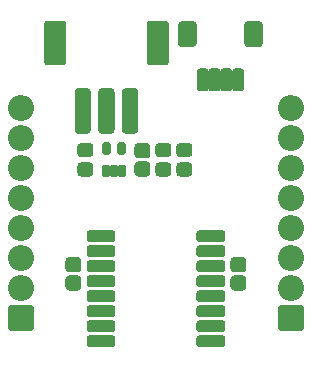
<source format=gbs>
%TF.GenerationSoftware,KiCad,Pcbnew,(5.1.7)-1*%
%TF.CreationDate,2021-01-11T00:33:51-05:00*%
%TF.ProjectId,d1_mini_clock,64315f6d-696e-4695-9f63-6c6f636b2e6b,rev?*%
%TF.SameCoordinates,Original*%
%TF.FileFunction,Soldermask,Bot*%
%TF.FilePolarity,Negative*%
%FSLAX46Y46*%
G04 Gerber Fmt 4.6, Leading zero omitted, Abs format (unit mm)*
G04 Created by KiCad (PCBNEW (5.1.7)-1) date 2021-01-11 00:33:51*
%MOMM*%
%LPD*%
G01*
G04 APERTURE LIST*
%ADD10O,2.200000X2.200000*%
G04 APERTURE END LIST*
%TO.C,J2*%
G36*
G01*
X132047000Y-88016000D02*
X132047000Y-84816000D01*
G75*
G02*
X132397000Y-84466000I350000J0D01*
G01*
X133097000Y-84466000D01*
G75*
G02*
X133447000Y-84816000I0J-350000D01*
G01*
X133447000Y-88016000D01*
G75*
G02*
X133097000Y-88366000I-350000J0D01*
G01*
X132397000Y-88366000D01*
G75*
G02*
X132047000Y-88016000I0J350000D01*
G01*
G37*
G36*
G01*
X134047000Y-88016000D02*
X134047000Y-84816000D01*
G75*
G02*
X134397000Y-84466000I350000J0D01*
G01*
X135097000Y-84466000D01*
G75*
G02*
X135447000Y-84816000I0J-350000D01*
G01*
X135447000Y-88016000D01*
G75*
G02*
X135097000Y-88366000I-350000J0D01*
G01*
X134397000Y-88366000D01*
G75*
G02*
X134047000Y-88016000I0J350000D01*
G01*
G37*
G36*
G01*
X136047000Y-88016000D02*
X136047000Y-84816000D01*
G75*
G02*
X136397000Y-84466000I350000J0D01*
G01*
X137097000Y-84466000D01*
G75*
G02*
X137447000Y-84816000I0J-350000D01*
G01*
X137447000Y-88016000D01*
G75*
G02*
X137097000Y-88366000I-350000J0D01*
G01*
X136397000Y-88366000D01*
G75*
G02*
X136047000Y-88016000I0J350000D01*
G01*
G37*
G36*
G01*
X129447000Y-82249334D02*
X129447000Y-79082666D01*
G75*
G02*
X129763666Y-78766000I316666J0D01*
G01*
X131030334Y-78766000D01*
G75*
G02*
X131347000Y-79082666I0J-316666D01*
G01*
X131347000Y-82249334D01*
G75*
G02*
X131030334Y-82566000I-316666J0D01*
G01*
X129763666Y-82566000D01*
G75*
G02*
X129447000Y-82249334I0J316666D01*
G01*
G37*
G36*
G01*
X138147000Y-82249334D02*
X138147000Y-79082666D01*
G75*
G02*
X138463666Y-78766000I316666J0D01*
G01*
X139730334Y-78766000D01*
G75*
G02*
X140047000Y-79082666I0J-316666D01*
G01*
X140047000Y-82249334D01*
G75*
G02*
X139730334Y-82566000I-316666J0D01*
G01*
X138463666Y-82566000D01*
G75*
G02*
X138147000Y-82249334I0J316666D01*
G01*
G37*
%TD*%
%TO.C,P1*%
G36*
G01*
X128590000Y-103050000D02*
X128590000Y-104850000D01*
G75*
G02*
X128390000Y-105050000I-200000J0D01*
G01*
X126590000Y-105050000D01*
G75*
G02*
X126390000Y-104850000I0J200000D01*
G01*
X126390000Y-103050000D01*
G75*
G02*
X126590000Y-102850000I200000J0D01*
G01*
X128390000Y-102850000D01*
G75*
G02*
X128590000Y-103050000I0J-200000D01*
G01*
G37*
D10*
X127490000Y-101410000D03*
X127490000Y-98870000D03*
X127490000Y-96330000D03*
X127490000Y-93790000D03*
X127490000Y-91250000D03*
X127490000Y-88710000D03*
X127490000Y-86170000D03*
%TD*%
%TO.C,P2*%
G36*
G01*
X151450000Y-103050000D02*
X151450000Y-104850000D01*
G75*
G02*
X151250000Y-105050000I-200000J0D01*
G01*
X149450000Y-105050000D01*
G75*
G02*
X149250000Y-104850000I0J200000D01*
G01*
X149250000Y-103050000D01*
G75*
G02*
X149450000Y-102850000I200000J0D01*
G01*
X151250000Y-102850000D01*
G75*
G02*
X151450000Y-103050000I0J-200000D01*
G01*
G37*
X150350000Y-101410000D03*
X150350000Y-98870000D03*
X150350000Y-96330000D03*
X150350000Y-93790000D03*
X150350000Y-91250000D03*
X150350000Y-88710000D03*
X150350000Y-86170000D03*
%TD*%
%TO.C,C1*%
G36*
G01*
X145573000Y-100328000D02*
X146273000Y-100328000D01*
G75*
G02*
X146598000Y-100653000I0J-325000D01*
G01*
X146598000Y-101303000D01*
G75*
G02*
X146273000Y-101628000I-325000J0D01*
G01*
X145573000Y-101628000D01*
G75*
G02*
X145248000Y-101303000I0J325000D01*
G01*
X145248000Y-100653000D01*
G75*
G02*
X145573000Y-100328000I325000J0D01*
G01*
G37*
G36*
G01*
X145573000Y-98778000D02*
X146273000Y-98778000D01*
G75*
G02*
X146598000Y-99103000I0J-325000D01*
G01*
X146598000Y-99753000D01*
G75*
G02*
X146273000Y-100078000I-325000J0D01*
G01*
X145573000Y-100078000D01*
G75*
G02*
X145248000Y-99753000I0J325000D01*
G01*
X145248000Y-99103000D01*
G75*
G02*
X145573000Y-98778000I325000J0D01*
G01*
G37*
%TD*%
%TO.C,C2*%
G36*
G01*
X131603000Y-98778000D02*
X132303000Y-98778000D01*
G75*
G02*
X132628000Y-99103000I0J-325000D01*
G01*
X132628000Y-99753000D01*
G75*
G02*
X132303000Y-100078000I-325000J0D01*
G01*
X131603000Y-100078000D01*
G75*
G02*
X131278000Y-99753000I0J325000D01*
G01*
X131278000Y-99103000D01*
G75*
G02*
X131603000Y-98778000I325000J0D01*
G01*
G37*
G36*
G01*
X131603000Y-100328000D02*
X132303000Y-100328000D01*
G75*
G02*
X132628000Y-100653000I0J-325000D01*
G01*
X132628000Y-101303000D01*
G75*
G02*
X132303000Y-101628000I-325000J0D01*
G01*
X131603000Y-101628000D01*
G75*
G02*
X131278000Y-101303000I0J325000D01*
G01*
X131278000Y-100653000D01*
G75*
G02*
X131603000Y-100328000I325000J0D01*
G01*
G37*
%TD*%
%TO.C,C3*%
G36*
G01*
X137445000Y-89126000D02*
X138145000Y-89126000D01*
G75*
G02*
X138470000Y-89451000I0J-325000D01*
G01*
X138470000Y-90101000D01*
G75*
G02*
X138145000Y-90426000I-325000J0D01*
G01*
X137445000Y-90426000D01*
G75*
G02*
X137120000Y-90101000I0J325000D01*
G01*
X137120000Y-89451000D01*
G75*
G02*
X137445000Y-89126000I325000J0D01*
G01*
G37*
G36*
G01*
X137445000Y-90676000D02*
X138145000Y-90676000D01*
G75*
G02*
X138470000Y-91001000I0J-325000D01*
G01*
X138470000Y-91651000D01*
G75*
G02*
X138145000Y-91976000I-325000J0D01*
G01*
X137445000Y-91976000D01*
G75*
G02*
X137120000Y-91651000I0J325000D01*
G01*
X137120000Y-91001000D01*
G75*
G02*
X137445000Y-90676000I325000J0D01*
G01*
G37*
%TD*%
%TO.C,J1*%
G36*
G01*
X142399000Y-84513000D02*
X142399000Y-83063000D01*
G75*
G02*
X142649000Y-82813000I250000J0D01*
G01*
X143149000Y-82813000D01*
G75*
G02*
X143399000Y-83063000I0J-250000D01*
G01*
X143399000Y-84513000D01*
G75*
G02*
X143149000Y-84763000I-250000J0D01*
G01*
X142649000Y-84763000D01*
G75*
G02*
X142399000Y-84513000I0J250000D01*
G01*
G37*
G36*
G01*
X143399000Y-84513000D02*
X143399000Y-83063000D01*
G75*
G02*
X143649000Y-82813000I250000J0D01*
G01*
X144149000Y-82813000D01*
G75*
G02*
X144399000Y-83063000I0J-250000D01*
G01*
X144399000Y-84513000D01*
G75*
G02*
X144149000Y-84763000I-250000J0D01*
G01*
X143649000Y-84763000D01*
G75*
G02*
X143399000Y-84513000I0J250000D01*
G01*
G37*
G36*
G01*
X144399000Y-84513000D02*
X144399000Y-83063000D01*
G75*
G02*
X144649000Y-82813000I250000J0D01*
G01*
X145149000Y-82813000D01*
G75*
G02*
X145399000Y-83063000I0J-250000D01*
G01*
X145399000Y-84513000D01*
G75*
G02*
X145149000Y-84763000I-250000J0D01*
G01*
X144649000Y-84763000D01*
G75*
G02*
X144399000Y-84513000I0J250000D01*
G01*
G37*
G36*
G01*
X145399000Y-84513000D02*
X145399000Y-83063000D01*
G75*
G02*
X145649000Y-82813000I250000J0D01*
G01*
X146149000Y-82813000D01*
G75*
G02*
X146399000Y-83063000I0J-250000D01*
G01*
X146399000Y-84513000D01*
G75*
G02*
X146149000Y-84763000I-250000J0D01*
G01*
X145649000Y-84763000D01*
G75*
G02*
X145399000Y-84513000I0J250000D01*
G01*
G37*
G36*
G01*
X140799000Y-80679668D02*
X140799000Y-79146332D01*
G75*
G02*
X141132332Y-78813000I333332J0D01*
G01*
X142065668Y-78813000D01*
G75*
G02*
X142399000Y-79146332I0J-333332D01*
G01*
X142399000Y-80679668D01*
G75*
G02*
X142065668Y-81013000I-333332J0D01*
G01*
X141132332Y-81013000D01*
G75*
G02*
X140799000Y-80679668I0J333332D01*
G01*
G37*
G36*
G01*
X146399000Y-80679668D02*
X146399000Y-79146332D01*
G75*
G02*
X146732332Y-78813000I333332J0D01*
G01*
X147665668Y-78813000D01*
G75*
G02*
X147999000Y-79146332I0J-333332D01*
G01*
X147999000Y-80679668D01*
G75*
G02*
X147665668Y-81013000I-333332J0D01*
G01*
X146732332Y-81013000D01*
G75*
G02*
X146399000Y-80679668I0J333332D01*
G01*
G37*
%TD*%
%TO.C,U1*%
G36*
G01*
X144813000Y-96778000D02*
X144813000Y-97278000D01*
G75*
G02*
X144563000Y-97528000I-250000J0D01*
G01*
X142613000Y-97528000D01*
G75*
G02*
X142363000Y-97278000I0J250000D01*
G01*
X142363000Y-96778000D01*
G75*
G02*
X142613000Y-96528000I250000J0D01*
G01*
X144563000Y-96528000D01*
G75*
G02*
X144813000Y-96778000I0J-250000D01*
G01*
G37*
G36*
G01*
X144813000Y-98048000D02*
X144813000Y-98548000D01*
G75*
G02*
X144563000Y-98798000I-250000J0D01*
G01*
X142613000Y-98798000D01*
G75*
G02*
X142363000Y-98548000I0J250000D01*
G01*
X142363000Y-98048000D01*
G75*
G02*
X142613000Y-97798000I250000J0D01*
G01*
X144563000Y-97798000D01*
G75*
G02*
X144813000Y-98048000I0J-250000D01*
G01*
G37*
G36*
G01*
X144813000Y-99318000D02*
X144813000Y-99818000D01*
G75*
G02*
X144563000Y-100068000I-250000J0D01*
G01*
X142613000Y-100068000D01*
G75*
G02*
X142363000Y-99818000I0J250000D01*
G01*
X142363000Y-99318000D01*
G75*
G02*
X142613000Y-99068000I250000J0D01*
G01*
X144563000Y-99068000D01*
G75*
G02*
X144813000Y-99318000I0J-250000D01*
G01*
G37*
G36*
G01*
X144813000Y-100588000D02*
X144813000Y-101088000D01*
G75*
G02*
X144563000Y-101338000I-250000J0D01*
G01*
X142613000Y-101338000D01*
G75*
G02*
X142363000Y-101088000I0J250000D01*
G01*
X142363000Y-100588000D01*
G75*
G02*
X142613000Y-100338000I250000J0D01*
G01*
X144563000Y-100338000D01*
G75*
G02*
X144813000Y-100588000I0J-250000D01*
G01*
G37*
G36*
G01*
X144813000Y-101858000D02*
X144813000Y-102358000D01*
G75*
G02*
X144563000Y-102608000I-250000J0D01*
G01*
X142613000Y-102608000D01*
G75*
G02*
X142363000Y-102358000I0J250000D01*
G01*
X142363000Y-101858000D01*
G75*
G02*
X142613000Y-101608000I250000J0D01*
G01*
X144563000Y-101608000D01*
G75*
G02*
X144813000Y-101858000I0J-250000D01*
G01*
G37*
G36*
G01*
X144813000Y-103128000D02*
X144813000Y-103628000D01*
G75*
G02*
X144563000Y-103878000I-250000J0D01*
G01*
X142613000Y-103878000D01*
G75*
G02*
X142363000Y-103628000I0J250000D01*
G01*
X142363000Y-103128000D01*
G75*
G02*
X142613000Y-102878000I250000J0D01*
G01*
X144563000Y-102878000D01*
G75*
G02*
X144813000Y-103128000I0J-250000D01*
G01*
G37*
G36*
G01*
X144813000Y-104398000D02*
X144813000Y-104898000D01*
G75*
G02*
X144563000Y-105148000I-250000J0D01*
G01*
X142613000Y-105148000D01*
G75*
G02*
X142363000Y-104898000I0J250000D01*
G01*
X142363000Y-104398000D01*
G75*
G02*
X142613000Y-104148000I250000J0D01*
G01*
X144563000Y-104148000D01*
G75*
G02*
X144813000Y-104398000I0J-250000D01*
G01*
G37*
G36*
G01*
X144813000Y-105668000D02*
X144813000Y-106168000D01*
G75*
G02*
X144563000Y-106418000I-250000J0D01*
G01*
X142613000Y-106418000D01*
G75*
G02*
X142363000Y-106168000I0J250000D01*
G01*
X142363000Y-105668000D01*
G75*
G02*
X142613000Y-105418000I250000J0D01*
G01*
X144563000Y-105418000D01*
G75*
G02*
X144813000Y-105668000I0J-250000D01*
G01*
G37*
G36*
G01*
X135513000Y-105668000D02*
X135513000Y-106168000D01*
G75*
G02*
X135263000Y-106418000I-250000J0D01*
G01*
X133313000Y-106418000D01*
G75*
G02*
X133063000Y-106168000I0J250000D01*
G01*
X133063000Y-105668000D01*
G75*
G02*
X133313000Y-105418000I250000J0D01*
G01*
X135263000Y-105418000D01*
G75*
G02*
X135513000Y-105668000I0J-250000D01*
G01*
G37*
G36*
G01*
X135513000Y-104398000D02*
X135513000Y-104898000D01*
G75*
G02*
X135263000Y-105148000I-250000J0D01*
G01*
X133313000Y-105148000D01*
G75*
G02*
X133063000Y-104898000I0J250000D01*
G01*
X133063000Y-104398000D01*
G75*
G02*
X133313000Y-104148000I250000J0D01*
G01*
X135263000Y-104148000D01*
G75*
G02*
X135513000Y-104398000I0J-250000D01*
G01*
G37*
G36*
G01*
X135513000Y-103128000D02*
X135513000Y-103628000D01*
G75*
G02*
X135263000Y-103878000I-250000J0D01*
G01*
X133313000Y-103878000D01*
G75*
G02*
X133063000Y-103628000I0J250000D01*
G01*
X133063000Y-103128000D01*
G75*
G02*
X133313000Y-102878000I250000J0D01*
G01*
X135263000Y-102878000D01*
G75*
G02*
X135513000Y-103128000I0J-250000D01*
G01*
G37*
G36*
G01*
X135513000Y-101858000D02*
X135513000Y-102358000D01*
G75*
G02*
X135263000Y-102608000I-250000J0D01*
G01*
X133313000Y-102608000D01*
G75*
G02*
X133063000Y-102358000I0J250000D01*
G01*
X133063000Y-101858000D01*
G75*
G02*
X133313000Y-101608000I250000J0D01*
G01*
X135263000Y-101608000D01*
G75*
G02*
X135513000Y-101858000I0J-250000D01*
G01*
G37*
G36*
G01*
X135513000Y-100588000D02*
X135513000Y-101088000D01*
G75*
G02*
X135263000Y-101338000I-250000J0D01*
G01*
X133313000Y-101338000D01*
G75*
G02*
X133063000Y-101088000I0J250000D01*
G01*
X133063000Y-100588000D01*
G75*
G02*
X133313000Y-100338000I250000J0D01*
G01*
X135263000Y-100338000D01*
G75*
G02*
X135513000Y-100588000I0J-250000D01*
G01*
G37*
G36*
G01*
X135513000Y-99318000D02*
X135513000Y-99818000D01*
G75*
G02*
X135263000Y-100068000I-250000J0D01*
G01*
X133313000Y-100068000D01*
G75*
G02*
X133063000Y-99818000I0J250000D01*
G01*
X133063000Y-99318000D01*
G75*
G02*
X133313000Y-99068000I250000J0D01*
G01*
X135263000Y-99068000D01*
G75*
G02*
X135513000Y-99318000I0J-250000D01*
G01*
G37*
G36*
G01*
X135513000Y-98048000D02*
X135513000Y-98548000D01*
G75*
G02*
X135263000Y-98798000I-250000J0D01*
G01*
X133313000Y-98798000D01*
G75*
G02*
X133063000Y-98548000I0J250000D01*
G01*
X133063000Y-98048000D01*
G75*
G02*
X133313000Y-97798000I250000J0D01*
G01*
X135263000Y-97798000D01*
G75*
G02*
X135513000Y-98048000I0J-250000D01*
G01*
G37*
G36*
G01*
X135513000Y-96778000D02*
X135513000Y-97278000D01*
G75*
G02*
X135263000Y-97528000I-250000J0D01*
G01*
X133313000Y-97528000D01*
G75*
G02*
X133063000Y-97278000I0J250000D01*
G01*
X133063000Y-96778000D01*
G75*
G02*
X133313000Y-96528000I250000J0D01*
G01*
X135263000Y-96528000D01*
G75*
G02*
X135513000Y-96778000I0J-250000D01*
G01*
G37*
%TD*%
%TO.C,U2*%
G36*
G01*
X136232000Y-92026000D02*
X135832000Y-92026000D01*
G75*
G02*
X135632000Y-91826000I0J200000D01*
G01*
X135632000Y-91176000D01*
G75*
G02*
X135832000Y-90976000I200000J0D01*
G01*
X136232000Y-90976000D01*
G75*
G02*
X136432000Y-91176000I0J-200000D01*
G01*
X136432000Y-91826000D01*
G75*
G02*
X136232000Y-92026000I-200000J0D01*
G01*
G37*
G36*
G01*
X134932000Y-92026000D02*
X134532000Y-92026000D01*
G75*
G02*
X134332000Y-91826000I0J200000D01*
G01*
X134332000Y-91176000D01*
G75*
G02*
X134532000Y-90976000I200000J0D01*
G01*
X134932000Y-90976000D01*
G75*
G02*
X135132000Y-91176000I0J-200000D01*
G01*
X135132000Y-91826000D01*
G75*
G02*
X134932000Y-92026000I-200000J0D01*
G01*
G37*
G36*
G01*
X135582000Y-92026000D02*
X135182000Y-92026000D01*
G75*
G02*
X134982000Y-91826000I0J200000D01*
G01*
X134982000Y-91176000D01*
G75*
G02*
X135182000Y-90976000I200000J0D01*
G01*
X135582000Y-90976000D01*
G75*
G02*
X135782000Y-91176000I0J-200000D01*
G01*
X135782000Y-91826000D01*
G75*
G02*
X135582000Y-92026000I-200000J0D01*
G01*
G37*
G36*
G01*
X134932000Y-90126000D02*
X134532000Y-90126000D01*
G75*
G02*
X134332000Y-89926000I0J200000D01*
G01*
X134332000Y-89276000D01*
G75*
G02*
X134532000Y-89076000I200000J0D01*
G01*
X134932000Y-89076000D01*
G75*
G02*
X135132000Y-89276000I0J-200000D01*
G01*
X135132000Y-89926000D01*
G75*
G02*
X134932000Y-90126000I-200000J0D01*
G01*
G37*
G36*
G01*
X136232000Y-90126000D02*
X135832000Y-90126000D01*
G75*
G02*
X135632000Y-89926000I0J200000D01*
G01*
X135632000Y-89276000D01*
G75*
G02*
X135832000Y-89076000I200000J0D01*
G01*
X136232000Y-89076000D01*
G75*
G02*
X136432000Y-89276000I0J-200000D01*
G01*
X136432000Y-89926000D01*
G75*
G02*
X136232000Y-90126000I-200000J0D01*
G01*
G37*
%TD*%
%TO.C,R1*%
G36*
G01*
X132594000Y-89126000D02*
X133344000Y-89126000D01*
G75*
G02*
X133644000Y-89426000I0J-300000D01*
G01*
X133644000Y-90026000D01*
G75*
G02*
X133344000Y-90326000I-300000J0D01*
G01*
X132594000Y-90326000D01*
G75*
G02*
X132294000Y-90026000I0J300000D01*
G01*
X132294000Y-89426000D01*
G75*
G02*
X132594000Y-89126000I300000J0D01*
G01*
G37*
G36*
G01*
X132594000Y-90776000D02*
X133344000Y-90776000D01*
G75*
G02*
X133644000Y-91076000I0J-300000D01*
G01*
X133644000Y-91676000D01*
G75*
G02*
X133344000Y-91976000I-300000J0D01*
G01*
X132594000Y-91976000D01*
G75*
G02*
X132294000Y-91676000I0J300000D01*
G01*
X132294000Y-91076000D01*
G75*
G02*
X132594000Y-90776000I300000J0D01*
G01*
G37*
%TD*%
%TO.C,R2*%
G36*
G01*
X141726000Y-90326000D02*
X140976000Y-90326000D01*
G75*
G02*
X140676000Y-90026000I0J300000D01*
G01*
X140676000Y-89426000D01*
G75*
G02*
X140976000Y-89126000I300000J0D01*
G01*
X141726000Y-89126000D01*
G75*
G02*
X142026000Y-89426000I0J-300000D01*
G01*
X142026000Y-90026000D01*
G75*
G02*
X141726000Y-90326000I-300000J0D01*
G01*
G37*
G36*
G01*
X141726000Y-91976000D02*
X140976000Y-91976000D01*
G75*
G02*
X140676000Y-91676000I0J300000D01*
G01*
X140676000Y-91076000D01*
G75*
G02*
X140976000Y-90776000I300000J0D01*
G01*
X141726000Y-90776000D01*
G75*
G02*
X142026000Y-91076000I0J-300000D01*
G01*
X142026000Y-91676000D01*
G75*
G02*
X141726000Y-91976000I-300000J0D01*
G01*
G37*
%TD*%
%TO.C,R3*%
G36*
G01*
X139948000Y-91976000D02*
X139198000Y-91976000D01*
G75*
G02*
X138898000Y-91676000I0J300000D01*
G01*
X138898000Y-91076000D01*
G75*
G02*
X139198000Y-90776000I300000J0D01*
G01*
X139948000Y-90776000D01*
G75*
G02*
X140248000Y-91076000I0J-300000D01*
G01*
X140248000Y-91676000D01*
G75*
G02*
X139948000Y-91976000I-300000J0D01*
G01*
G37*
G36*
G01*
X139948000Y-90326000D02*
X139198000Y-90326000D01*
G75*
G02*
X138898000Y-90026000I0J300000D01*
G01*
X138898000Y-89426000D01*
G75*
G02*
X139198000Y-89126000I300000J0D01*
G01*
X139948000Y-89126000D01*
G75*
G02*
X140248000Y-89426000I0J-300000D01*
G01*
X140248000Y-90026000D01*
G75*
G02*
X139948000Y-90326000I-300000J0D01*
G01*
G37*
%TD*%
M02*

</source>
